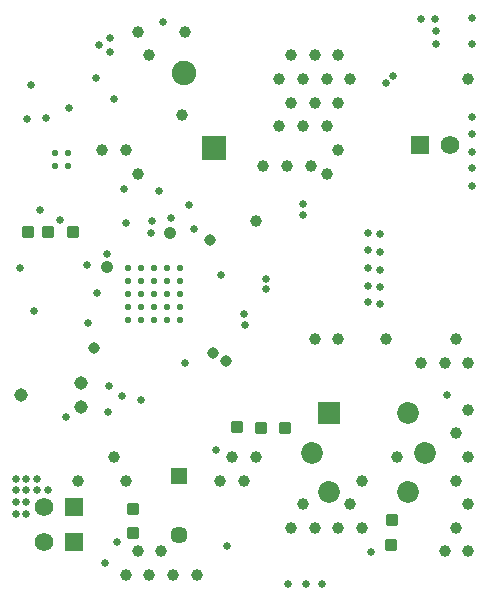
<source format=gbs>
G04*
G04 #@! TF.GenerationSoftware,Altium Limited,Altium Designer,25.2.1 (25)*
G04*
G04 Layer_Color=16711935*
%FSLAX25Y25*%
%MOIN*%
G70*
G04*
G04 #@! TF.SameCoordinates,E3AB8C20-A1E6-43C1-8624-3ED8289FA371*
G04*
G04*
G04 #@! TF.FilePolarity,Negative*
G04*
G01*
G75*
%ADD60C,0.08173*%
%ADD61R,0.08173X0.08173*%
%ADD62C,0.06181*%
%ADD63R,0.06181X0.06181*%
%ADD64C,0.07284*%
%ADD65R,0.07284X0.07284*%
%ADD66C,0.00299*%
%ADD67C,0.05709*%
%ADD68R,0.05709X0.05709*%
%ADD69C,0.04500*%
%ADD70C,0.02268*%
%ADD71C,0.02661*%
%ADD72C,0.03842*%
%ADD73C,0.03950*%
%ADD94C,0.04236*%
G04:AMPARAMS|DCode=95|XSize=42.36mil|YSize=42.36mil|CornerRadius=11.34mil|HoleSize=0mil|Usage=FLASHONLY|Rotation=90.000|XOffset=0mil|YOffset=0mil|HoleType=Round|Shape=RoundedRectangle|*
%AMROUNDEDRECTD95*
21,1,0.04236,0.01968,0,0,90.0*
21,1,0.01968,0.04236,0,0,90.0*
1,1,0.02268,0.00984,0.00984*
1,1,0.02268,0.00984,-0.00984*
1,1,0.02268,-0.00984,-0.00984*
1,1,0.02268,-0.00984,0.00984*
%
%ADD95ROUNDEDRECTD95*%
G04:AMPARAMS|DCode=96|XSize=42.36mil|YSize=42.36mil|CornerRadius=11.34mil|HoleSize=0mil|Usage=FLASHONLY|Rotation=0.000|XOffset=0mil|YOffset=0mil|HoleType=Round|Shape=RoundedRectangle|*
%AMROUNDEDRECTD96*
21,1,0.04236,0.01968,0,0,0.0*
21,1,0.01968,0.04236,0,0,0.0*
1,1,0.02268,0.00984,-0.00984*
1,1,0.02268,-0.00984,-0.00984*
1,1,0.02268,-0.00984,0.00984*
1,1,0.02268,0.00984,0.00984*
%
%ADD96ROUNDEDRECTD96*%
D60*
X58740Y175039D02*
D03*
D61*
X68740Y150039D02*
D03*
D62*
X11937Y30512D02*
D03*
X11929Y18898D02*
D03*
X147500Y150984D02*
D03*
D63*
X21937Y30512D02*
D03*
X21929Y18898D02*
D03*
X137500Y150984D02*
D03*
D64*
X101488Y48610D02*
D03*
X138890D02*
D03*
X133413Y61835D02*
D03*
X106965Y35386D02*
D03*
X133413D02*
D03*
D65*
X106965Y61835D02*
D03*
D66*
X86614Y188976D02*
D03*
X19685Y7874D02*
D03*
X149606Y188976D02*
D03*
Y7874D02*
D03*
X7874D02*
D03*
Y188976D02*
D03*
D67*
X56929Y21102D02*
D03*
D68*
Y40787D02*
D03*
D69*
X4437Y67673D02*
D03*
X24437Y71673D02*
D03*
Y63673D02*
D03*
D70*
X57362Y92874D02*
D03*
X53031D02*
D03*
X48701D02*
D03*
X44370D02*
D03*
X40039D02*
D03*
X57362Y97205D02*
D03*
X53031D02*
D03*
X48701D02*
D03*
X44370D02*
D03*
X40039D02*
D03*
X57362Y101535D02*
D03*
X53031D02*
D03*
X48701D02*
D03*
X44370D02*
D03*
X40039D02*
D03*
X57362Y105866D02*
D03*
X53031D02*
D03*
X48701D02*
D03*
X44370D02*
D03*
X40039D02*
D03*
X57362Y110197D02*
D03*
X53031D02*
D03*
X48701D02*
D03*
X44370D02*
D03*
X40039D02*
D03*
X20177Y144095D02*
D03*
X15846D02*
D03*
Y148425D02*
D03*
X20177D02*
D03*
D71*
X32909Y114732D02*
D03*
X54252Y126937D02*
D03*
X47980Y125933D02*
D03*
X47709Y121724D02*
D03*
X126181Y171850D02*
D03*
X128445Y174016D02*
D03*
X13189Y36220D02*
D03*
X9547Y39961D02*
D03*
Y36122D02*
D03*
X6102Y28150D02*
D03*
Y32087D02*
D03*
Y36024D02*
D03*
Y39961D02*
D03*
X2559Y28150D02*
D03*
Y32087D02*
D03*
Y36024D02*
D03*
Y39961D02*
D03*
X120118Y98740D02*
D03*
Y104252D02*
D03*
Y116063D02*
D03*
Y121968D02*
D03*
Y110158D02*
D03*
X123937Y98189D02*
D03*
Y103701D02*
D03*
Y115512D02*
D03*
Y121417D02*
D03*
Y109606D02*
D03*
X154724Y148819D02*
D03*
Y160630D02*
D03*
Y154724D02*
D03*
Y143386D02*
D03*
Y137402D02*
D03*
X154567Y193465D02*
D03*
X154646Y184646D02*
D03*
X142756Y184882D02*
D03*
X142441Y193228D02*
D03*
X137638Y193307D02*
D03*
X142598Y188976D02*
D03*
X8769Y95956D02*
D03*
X69291Y49606D02*
D03*
X26772Y91732D02*
D03*
X50299Y135831D02*
D03*
X10827Y129528D02*
D03*
X6299Y159843D02*
D03*
X104528Y4921D02*
D03*
X99213D02*
D03*
X93504D02*
D03*
X78937Y91142D02*
D03*
X59055Y78543D02*
D03*
X44193Y66142D02*
D03*
X20472Y163583D02*
D03*
X30512Y184449D02*
D03*
X34055Y182087D02*
D03*
X33858Y186909D02*
D03*
X12795Y160236D02*
D03*
X39370Y125000D02*
D03*
X78839Y94882D02*
D03*
X70866Y107677D02*
D03*
X19488Y60630D02*
D03*
X98327Y127953D02*
D03*
Y131496D02*
D03*
X85984Y103150D02*
D03*
Y106457D02*
D03*
X35433Y166634D02*
D03*
X36220Y18898D02*
D03*
X32480Y11811D02*
D03*
X29528Y101969D02*
D03*
X146221Y67795D02*
D03*
X26378Y111024D02*
D03*
X37992Y67520D02*
D03*
X33661Y70965D02*
D03*
X33372Y62100D02*
D03*
X60236Y131102D02*
D03*
X38681Y136319D02*
D03*
X120866Y15354D02*
D03*
X4134Y110236D02*
D03*
X73032Y17520D02*
D03*
X51673Y192028D02*
D03*
X7677Y171260D02*
D03*
X29232Y173327D02*
D03*
X62008Y123228D02*
D03*
X17224Y125984D02*
D03*
D72*
X68307Y81693D02*
D03*
X72638Y79134D02*
D03*
X28543Y83465D02*
D03*
X67323Y119587D02*
D03*
D73*
X78634Y39264D02*
D03*
X82571Y47138D02*
D03*
X23516Y39264D02*
D03*
X70760D02*
D03*
X39264D02*
D03*
X58161Y161016D02*
D03*
X85130Y143988D02*
D03*
X93004D02*
D03*
X100878D02*
D03*
X153437Y173122D02*
D03*
X149500Y86508D02*
D03*
X153437Y78634D02*
D03*
Y62886D02*
D03*
X149500Y55012D02*
D03*
X153437Y47138D02*
D03*
X149500Y39264D02*
D03*
X153437Y31390D02*
D03*
X149500Y23516D02*
D03*
X153437Y15642D02*
D03*
X145563Y78634D02*
D03*
Y15642D02*
D03*
X137689Y78634D02*
D03*
X125878Y86508D02*
D03*
X129815Y47138D02*
D03*
X118004Y39264D02*
D03*
Y23516D02*
D03*
X110130Y180996D02*
D03*
X114067Y173122D02*
D03*
X110130Y165248D02*
D03*
Y149500D02*
D03*
Y86508D02*
D03*
X114067Y31390D02*
D03*
X110130Y23516D02*
D03*
X102256Y180996D02*
D03*
X106193Y173122D02*
D03*
X102256Y165248D02*
D03*
X106193Y157374D02*
D03*
Y141626D02*
D03*
X102256Y86508D02*
D03*
Y23516D02*
D03*
X94382Y180996D02*
D03*
X98319Y173122D02*
D03*
X94382Y165248D02*
D03*
X98319Y157374D02*
D03*
Y31390D02*
D03*
X94382Y23516D02*
D03*
X90445Y173122D02*
D03*
Y157374D02*
D03*
X82571Y125878D02*
D03*
X74697Y47138D02*
D03*
X62886Y7768D02*
D03*
X58949Y188870D02*
D03*
X55012Y7768D02*
D03*
X47138Y180996D02*
D03*
X51075Y15642D02*
D03*
X47138Y7768D02*
D03*
X43201Y188870D02*
D03*
X39264Y149500D02*
D03*
X43201Y141626D02*
D03*
Y15642D02*
D03*
X39264Y7768D02*
D03*
X31390Y149500D02*
D03*
X35327Y47138D02*
D03*
D94*
X32925Y110587D02*
D03*
X53921Y121756D02*
D03*
D95*
X76378Y57087D02*
D03*
X92520Y56693D02*
D03*
X84252D02*
D03*
D96*
X41665Y29937D02*
D03*
X41772Y21929D02*
D03*
X21654Y122047D02*
D03*
X13386D02*
D03*
X6693D02*
D03*
X127559Y17717D02*
D03*
X127953Y25984D02*
D03*
M02*

</source>
